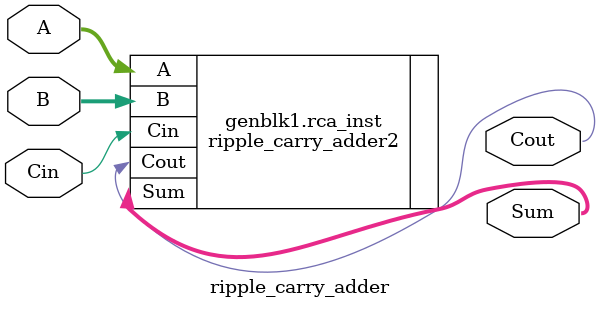
<source format=v>
`include "ripple_carry_adder1.v"
`include "ripple_carry_adder2.v"
`include "ripple_carry_adder3.v"
`include "ripple_carry_adder4.v"
`include "ripple_carry_adder5.v"
`include "ripple_carry_adder6.v"
`include "ripple_carry_adder7.v"
`include "ripple_carry_adder8.v"
`include "ripple_carry_adder9.v"
`include "ripple_carry_adder10.v"
`include "ripple_carry_adder11.v"


module ripple_carry_adder #(parameter N=8,model=2)
  (input [N-1:0] A, B,
  input Cin,
  output [N-1:0] Sum,
  output Cout);
  
  generate
    case(model)
      1:
        begin
          ripple_carry_adder1 #(.N(N)) rca_inst (.A(A),.B(B),.Cin(Cin),.Sum(Sum),.Cout(Cout));
        end
      2:
        begin
          ripple_carry_adder2 #(.N(N)) rca_inst (.A(A),.B(B),.Cin(Cin),.Sum(Sum),.Cout(Cout));
        end
      3:
        begin
          ripple_carry_adder3 #(.N(N)) rca_inst (.A(A),.B(B),.Cin(Cin),.Sum(Sum),.Cout(Cout));
        end
      4:
        begin
          ripple_carry_adder4 #(.N(N)) rca_inst (.A(A),.B(B),.Cin(Cin),.Sum(Sum),.Cout(Cout));
        end
      5:
        begin
          ripple_carry_adder5 #(.N(N)) rca_inst (.A(A),.B(B),.Cin(Cin),.Sum(Sum),.Cout(Cout));
        end
      6:
        begin
          ripple_carry_adder6 #(.N(N)) rca_inst (.A(A),.B(B),.Cin(Cin),.Sum(Sum),.Cout(Cout));
        end
      7:
        begin
          ripple_carry_adder7 #(.N(N)) rca_inst (.A(A),.B(B),.Cin(Cin),.Sum(Sum),.Cout(Cout));
        end
      8:
        begin
          ripple_carry_adder8 #(.N(N)) rca_inst (.A(A),.B(B),.Cin(Cin),.Sum(Sum),.Cout(Cout));
        end
      9:
        begin
          ripple_carry_adder9 #(.N(N)) rca_inst (.A(A),.B(B),.Cin(Cin),.Sum(Sum),.Cout(Cout));
        end
      10:
        begin
          ripple_carry_adder10 #(.N(N)) rca_inst (.A(A),.B(B),.Cin(Cin),.Sum(Sum),.Cout(Cout));
        end
      11:
        begin
          ripple_carry_adder11 #(.N(N)) rca_inst (.A(A),.B(B),.Cin(Cin),.Sum(Sum),.Cout(Cout));
        end
    endcase
    
  endgenerate
  
endmodule
</source>
